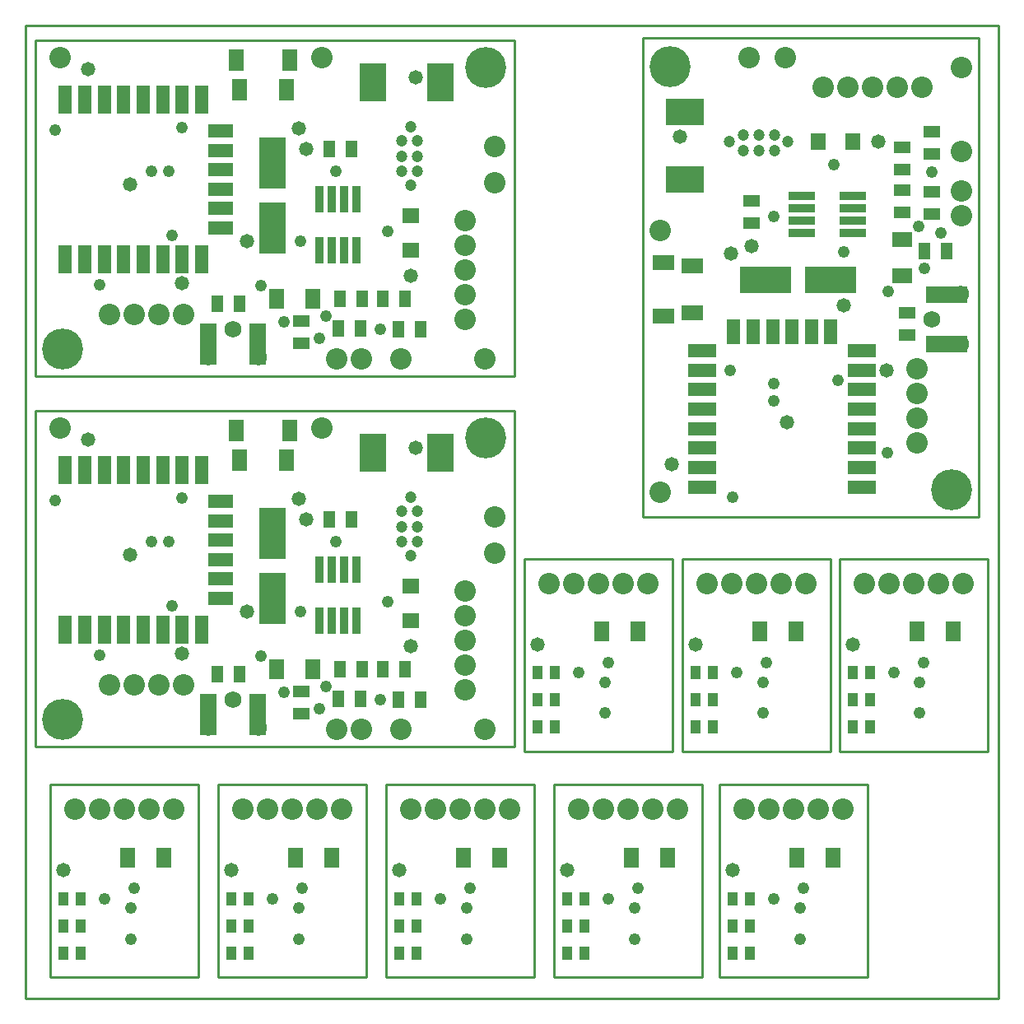
<source format=gbs>
%FSLAX25Y25*%
%MOIN*%
G70*
G01*
G75*
G04 Layer_Color=16711935*
%ADD10R,0.01772X0.06299*%
%ADD11R,0.06299X0.13386*%
%ADD12R,0.05512X0.01654*%
%ADD13R,0.04724X0.04724*%
%ADD14R,0.08465X0.05000*%
%ADD15R,0.09000X0.15000*%
%ADD16R,0.05906X0.03937*%
%ADD17R,0.03937X0.05906*%
%ADD18R,0.07874X0.11024*%
%ADD19R,0.03500X0.05000*%
%ADD20R,0.07874X0.15748*%
%ADD21R,0.06299X0.09449*%
%ADD22R,0.05512X0.07087*%
%ADD23R,0.05906X0.15748*%
%ADD24R,0.06299X0.01772*%
%ADD25R,0.13386X0.06299*%
%ADD26R,0.01654X0.05512*%
%ADD27R,0.04724X0.04724*%
%ADD28R,0.05000X0.08465*%
%ADD29R,0.15000X0.09000*%
%ADD30R,0.11024X0.07874*%
%ADD31R,0.15748X0.05906*%
%ADD32R,0.05000X0.03500*%
%ADD33R,0.15748X0.07874*%
%ADD34R,0.09449X0.06299*%
%ADD35R,0.07087X0.05512*%
%ADD36R,0.06600X0.01700*%
%ADD37C,0.02500*%
%ADD38C,0.02000*%
%ADD39C,0.03000*%
%ADD40C,0.01500*%
%ADD41C,0.04000*%
%ADD42C,0.01000*%
%ADD43C,0.01800*%
%ADD44R,0.01600X0.04800*%
%ADD45R,0.34200X0.03200*%
%ADD46R,0.14413X0.28346*%
%ADD47R,0.04800X0.01600*%
%ADD48R,0.03200X0.34200*%
%ADD49R,0.28346X0.14413*%
%ADD50C,0.15800*%
%ADD51R,0.05512X0.07874*%
%ADD52R,0.05118X0.07874*%
%ADD53C,0.07874*%
%ADD54R,0.07874X0.05512*%
%ADD55R,0.07874X0.05118*%
%ADD56C,0.05000*%
%ADD57C,0.04000*%
%ADD58C,0.06000*%
%ADD59C,0.03937*%
%ADD60R,0.09449X0.04724*%
%ADD61R,0.04724X0.11024*%
%ADD62R,0.03000X0.10000*%
%ADD63R,0.10000X0.20000*%
%ADD64R,0.06299X0.05512*%
%ADD65R,0.09843X0.14961*%
%ADD66R,0.04724X0.09449*%
%ADD67R,0.11024X0.04724*%
%ADD68R,0.10000X0.03000*%
%ADD69R,0.20000X0.10000*%
%ADD70R,0.05512X0.06299*%
%ADD71R,0.14961X0.09843*%
%ADD72R,0.03150X0.04724*%
%ADD73C,0.03500*%
%ADD74R,0.26400X0.28346*%
%ADD75R,0.28346X0.26400*%
%ADD76C,0.00200*%
%ADD77C,0.00591*%
%ADD78C,0.00394*%
%ADD79C,0.00787*%
%ADD80C,0.00500*%
%ADD81C,0.00050*%
%ADD82C,0.00800*%
%ADD83R,0.02300X0.06299*%
%ADD84R,0.06299X0.02300*%
%ADD85R,0.02572X0.07099*%
%ADD86R,0.07099X0.14186*%
%ADD87R,0.06312X0.02454*%
%ADD88R,0.05524X0.05524*%
%ADD89R,0.09265X0.05800*%
%ADD90R,0.09800X0.15800*%
%ADD91R,0.06706X0.04737*%
%ADD92R,0.04737X0.06706*%
%ADD93R,0.08674X0.11824*%
%ADD94R,0.04300X0.05800*%
%ADD95R,0.08674X0.16548*%
%ADD96R,0.07099X0.10249*%
%ADD97R,0.06312X0.07887*%
%ADD98R,0.06706X0.16548*%
%ADD99R,0.07099X0.02572*%
%ADD100R,0.14186X0.07099*%
%ADD101R,0.02454X0.06312*%
%ADD102R,0.05524X0.05524*%
%ADD103R,0.05800X0.09265*%
%ADD104R,0.15800X0.09800*%
%ADD105R,0.11824X0.08674*%
%ADD106R,0.16548X0.06706*%
%ADD107R,0.05800X0.04300*%
%ADD108R,0.16548X0.08674*%
%ADD109R,0.10249X0.07099*%
%ADD110R,0.07887X0.06312*%
%ADD111R,0.07400X0.02500*%
%ADD112C,0.16600*%
%ADD113R,0.06312X0.08674*%
%ADD114R,0.05918X0.08674*%
%ADD115C,0.08674*%
%ADD116R,0.08674X0.06312*%
%ADD117R,0.08674X0.05918*%
%ADD118C,0.05800*%
%ADD119C,0.04800*%
%ADD120C,0.06800*%
%ADD121C,0.04737*%
%ADD122R,0.10249X0.05524*%
%ADD123R,0.05524X0.11824*%
%ADD124R,0.03800X0.10800*%
%ADD125R,0.10800X0.20800*%
%ADD126R,0.07099X0.06312*%
%ADD127R,0.10642X0.15761*%
%ADD128R,0.05524X0.10249*%
%ADD129R,0.11824X0.05524*%
%ADD130R,0.10800X0.03800*%
%ADD131R,0.20800X0.10800*%
%ADD132R,0.06312X0.07099*%
%ADD133R,0.15761X0.10642*%
%ADD134R,0.03950X0.05524*%
D42*
X110000Y110000D02*
Y504000D01*
Y110000D02*
X504000D01*
Y504000D01*
X110000D02*
X504000D01*
X308100Y362100D02*
Y498100D01*
X114100D02*
X308100D01*
X114100Y362100D02*
X308100D01*
X114100D02*
Y498100D01*
Y212100D02*
Y348100D01*
Y212100D02*
X308100D01*
X114100Y348100D02*
X308100D01*
Y212100D02*
Y348100D01*
X359900Y499100D02*
X495900D01*
X359900Y305100D02*
Y499100D01*
X495900Y305100D02*
Y499100D01*
X359900Y305100D02*
X495900D01*
X120000Y196500D02*
X180000D01*
X120000Y118500D02*
Y196500D01*
Y118500D02*
X180000D01*
Y196500D01*
X248000Y118500D02*
Y196500D01*
X188000Y118500D02*
X248000D01*
X188000D02*
Y196500D01*
X248000D01*
X324000D02*
X384000D01*
X324000Y118500D02*
Y196500D01*
Y118500D02*
X384000D01*
Y196500D01*
X316000Y118500D02*
Y196500D01*
X256000Y118500D02*
X316000D01*
X256000D02*
Y196500D01*
X316000D01*
X451000Y118500D02*
Y196500D01*
X391000Y118500D02*
X451000D01*
X391000D02*
Y196500D01*
X451000D01*
X439500Y288000D02*
X499500D01*
X439500Y210000D02*
Y288000D01*
Y210000D02*
X499500D01*
Y288000D01*
X312000D02*
X372000D01*
X312000Y210000D02*
Y288000D01*
Y210000D02*
X372000D01*
Y288000D01*
X436000Y210000D02*
Y288000D01*
X376000Y210000D02*
X436000D01*
X376000D02*
Y288000D01*
X436000D01*
D91*
X221768Y384132D02*
D03*
Y375132D02*
D03*
Y234132D02*
D03*
Y225132D02*
D03*
X466868Y387768D02*
D03*
Y378768D02*
D03*
X464868Y437268D02*
D03*
Y428268D02*
D03*
X476868Y427768D02*
D03*
Y436768D02*
D03*
X476900Y452100D02*
D03*
Y461100D02*
D03*
X464868Y454768D02*
D03*
Y445768D02*
D03*
X404000Y433100D02*
D03*
Y424100D02*
D03*
D92*
X196768Y391132D02*
D03*
X187768D02*
D03*
X246268Y393132D02*
D03*
X237268D02*
D03*
X236768Y381132D02*
D03*
X245768D02*
D03*
X261100Y381100D02*
D03*
X270100D02*
D03*
X263768Y393132D02*
D03*
X254768D02*
D03*
X242100Y454000D02*
D03*
X233100D02*
D03*
X242100Y304000D02*
D03*
X233100D02*
D03*
X263768Y243132D02*
D03*
X254768D02*
D03*
X261100Y231100D02*
D03*
X270100D02*
D03*
X236768Y231132D02*
D03*
X245768D02*
D03*
X246268Y243132D02*
D03*
X237268D02*
D03*
X196768Y241132D02*
D03*
X187768D02*
D03*
X473868Y412768D02*
D03*
X482868D02*
D03*
D97*
X211768Y393132D02*
D03*
X226335D02*
D03*
X211768Y243132D02*
D03*
X226335D02*
D03*
X166000Y167000D02*
D03*
X151433D02*
D03*
X234000D02*
D03*
X219433D02*
D03*
X370000D02*
D03*
X355433D02*
D03*
X302000D02*
D03*
X287433D02*
D03*
X437000D02*
D03*
X422433D02*
D03*
X485500Y258500D02*
D03*
X470933D02*
D03*
X358000D02*
D03*
X343433D02*
D03*
X422000D02*
D03*
X407433D02*
D03*
D98*
X184100Y375100D02*
D03*
X204100D02*
D03*
X184100Y225100D02*
D03*
X204100D02*
D03*
D106*
X482900Y375100D02*
D03*
Y395100D02*
D03*
D110*
X464868Y402768D02*
D03*
Y417335D02*
D03*
D112*
X296400Y487100D02*
D03*
X125100Y373100D02*
D03*
Y223100D02*
D03*
X296400Y337100D02*
D03*
X370900Y487400D02*
D03*
X484900Y316100D02*
D03*
D113*
X195372Y489817D02*
D03*
X216828D02*
D03*
X195372Y339816D02*
D03*
X216828D02*
D03*
D114*
X215647Y477887D02*
D03*
X196553D02*
D03*
X215647Y327887D02*
D03*
X196553D02*
D03*
D115*
X300100Y440400D02*
D03*
X262100Y369100D02*
D03*
X296032Y369068D02*
D03*
X230100Y491100D02*
D03*
X300100Y455100D02*
D03*
X124100Y491100D02*
D03*
X236100Y369100D02*
D03*
X246100D02*
D03*
X174100Y387100D02*
D03*
X164100D02*
D03*
X154100D02*
D03*
X144100D02*
D03*
X288100Y425100D02*
D03*
Y385100D02*
D03*
Y395100D02*
D03*
Y405100D02*
D03*
Y415100D02*
D03*
Y275100D02*
D03*
Y235100D02*
D03*
Y245100D02*
D03*
Y255100D02*
D03*
Y265100D02*
D03*
X174100Y237100D02*
D03*
X164100D02*
D03*
X154100D02*
D03*
X144100D02*
D03*
X236100Y219100D02*
D03*
X246100D02*
D03*
X124100Y341100D02*
D03*
X300100Y305100D02*
D03*
X230100Y341100D02*
D03*
X296032Y219068D02*
D03*
X262100Y219100D02*
D03*
X300100Y290400D02*
D03*
X417600Y491100D02*
D03*
X488900Y453100D02*
D03*
X488932Y487032D02*
D03*
X366900Y421100D02*
D03*
X402900Y491100D02*
D03*
X366900Y315100D02*
D03*
X488900Y427100D02*
D03*
Y437100D02*
D03*
X470900Y365100D02*
D03*
Y355100D02*
D03*
Y345100D02*
D03*
Y335100D02*
D03*
X432900Y479100D02*
D03*
X472900D02*
D03*
X462900D02*
D03*
X452900D02*
D03*
X442900D02*
D03*
X140000Y186500D02*
D03*
X150000D02*
D03*
X160000D02*
D03*
X170000D02*
D03*
X130000D02*
D03*
X208000D02*
D03*
X218000D02*
D03*
X228000D02*
D03*
X238000D02*
D03*
X198000D02*
D03*
X344000D02*
D03*
X354000D02*
D03*
X364000D02*
D03*
X374000D02*
D03*
X334000D02*
D03*
X276000D02*
D03*
X286000D02*
D03*
X296000D02*
D03*
X306000D02*
D03*
X266000D02*
D03*
X411000D02*
D03*
X421000D02*
D03*
X431000D02*
D03*
X441000D02*
D03*
X401000D02*
D03*
X459500Y278000D02*
D03*
X469500D02*
D03*
X479500D02*
D03*
X489500D02*
D03*
X449500D02*
D03*
X332000D02*
D03*
X342000D02*
D03*
X352000D02*
D03*
X362000D02*
D03*
X322000D02*
D03*
X396000D02*
D03*
X406000D02*
D03*
X416000D02*
D03*
X426000D02*
D03*
X386000D02*
D03*
D116*
X368183Y386372D02*
D03*
Y407828D02*
D03*
D117*
X380113Y406647D02*
D03*
Y387553D02*
D03*
D118*
X173400Y399500D02*
D03*
X265800Y402600D02*
D03*
X223700Y454000D02*
D03*
X199600Y416600D02*
D03*
X268100Y483000D02*
D03*
X152200Y439600D02*
D03*
X220500Y462400D02*
D03*
X135400Y486400D02*
D03*
Y336400D02*
D03*
X220500Y312400D02*
D03*
X152200Y289600D02*
D03*
X268100Y333000D02*
D03*
X199600Y266600D02*
D03*
X223700Y304000D02*
D03*
X265800Y252600D02*
D03*
X173400Y249500D02*
D03*
X458500Y364400D02*
D03*
X455400Y456800D02*
D03*
X404000Y414700D02*
D03*
X441400Y390600D02*
D03*
X375000Y459100D02*
D03*
X418400Y343200D02*
D03*
X395600Y411500D02*
D03*
X371600Y326400D02*
D03*
X125400Y161800D02*
D03*
X193400D02*
D03*
X329400D02*
D03*
X261400D02*
D03*
X396400D02*
D03*
X444900Y253300D02*
D03*
X317400D02*
D03*
X381400D02*
D03*
D119*
X169300Y419000D02*
D03*
X205300Y398600D02*
D03*
X214700Y384000D02*
D03*
X231700Y386400D02*
D03*
X221300Y416700D02*
D03*
X161000Y445100D02*
D03*
X235500Y445000D02*
D03*
X173300Y462600D02*
D03*
X140100Y399100D02*
D03*
X168000Y445100D02*
D03*
X122100Y461600D02*
D03*
X253600Y381100D02*
D03*
X256700Y420700D02*
D03*
X228800Y377400D02*
D03*
Y227400D02*
D03*
X256700Y270700D02*
D03*
X253600Y231100D02*
D03*
X122100Y311600D02*
D03*
X168000Y295100D02*
D03*
X140100Y249100D02*
D03*
X173300Y312600D02*
D03*
X235500Y295000D02*
D03*
X161000Y295100D02*
D03*
X221300Y266700D02*
D03*
X231700Y236400D02*
D03*
X214700Y234000D02*
D03*
X205300Y248600D02*
D03*
X169300Y269000D02*
D03*
X439000Y360300D02*
D03*
X459400Y396300D02*
D03*
X474000Y405700D02*
D03*
X471600Y422700D02*
D03*
X441300Y412300D02*
D03*
X412900Y352000D02*
D03*
X413000Y426500D02*
D03*
X395400Y364300D02*
D03*
X458900Y331100D02*
D03*
X412900Y359000D02*
D03*
X396400Y313100D02*
D03*
X476900Y444600D02*
D03*
X437300Y447700D02*
D03*
X480600Y419800D02*
D03*
X154000Y154500D02*
D03*
X142000Y150300D02*
D03*
X152500Y146500D02*
D03*
Y134000D02*
D03*
X220500D02*
D03*
Y146500D02*
D03*
X210000Y150300D02*
D03*
X222000Y154500D02*
D03*
X358000D02*
D03*
X346000Y150300D02*
D03*
X356500Y146500D02*
D03*
Y134000D02*
D03*
X288500D02*
D03*
Y146500D02*
D03*
X278000Y150300D02*
D03*
X290000Y154500D02*
D03*
X423500Y134000D02*
D03*
Y146500D02*
D03*
X413000Y150300D02*
D03*
X425000Y154500D02*
D03*
X473500Y246000D02*
D03*
X461500Y241800D02*
D03*
X472000Y238000D02*
D03*
Y225500D02*
D03*
X346000Y246000D02*
D03*
X334000Y241800D02*
D03*
X344500Y238000D02*
D03*
Y225500D02*
D03*
X408500D02*
D03*
Y238000D02*
D03*
X398000Y241800D02*
D03*
X410000Y246000D02*
D03*
D120*
X194100Y381100D02*
D03*
X184100Y369500D02*
D03*
X204300D02*
D03*
Y219500D02*
D03*
X184100D02*
D03*
X194100Y231100D02*
D03*
X476900Y385100D02*
D03*
X488500Y375100D02*
D03*
Y395300D02*
D03*
D121*
X268651Y457399D02*
D03*
X262352D02*
D03*
X268651Y444801D02*
D03*
X262352Y451100D02*
D03*
X265895Y439289D02*
D03*
X262352Y444801D02*
D03*
X268651Y451100D02*
D03*
X265895Y462911D02*
D03*
X268651Y307399D02*
D03*
X262352D02*
D03*
X268651Y294801D02*
D03*
X262352Y301100D02*
D03*
X265895Y289289D02*
D03*
X262352Y294801D02*
D03*
X268651Y301100D02*
D03*
X265895Y312911D02*
D03*
X400601Y459651D02*
D03*
Y453352D02*
D03*
X413199Y459651D02*
D03*
X406900Y453352D02*
D03*
X418711Y456895D02*
D03*
X413199Y453352D02*
D03*
X406900Y459651D02*
D03*
X395089Y456895D02*
D03*
D122*
X189092Y421919D02*
D03*
Y429793D02*
D03*
Y437667D02*
D03*
Y445541D02*
D03*
Y453415D02*
D03*
Y461289D02*
D03*
Y271919D02*
D03*
Y279793D02*
D03*
Y287667D02*
D03*
Y295541D02*
D03*
Y303415D02*
D03*
Y311289D02*
D03*
D123*
X181218Y473887D02*
D03*
X173344D02*
D03*
X165470D02*
D03*
X157596D02*
D03*
X149722D02*
D03*
X141848D02*
D03*
X133974D02*
D03*
X126100D02*
D03*
Y409320D02*
D03*
X133974D02*
D03*
X141848D02*
D03*
X149722D02*
D03*
X157596D02*
D03*
X165470D02*
D03*
X173344D02*
D03*
X181218D02*
D03*
Y323887D02*
D03*
X173344D02*
D03*
X165470D02*
D03*
X157596D02*
D03*
X149722D02*
D03*
X141848D02*
D03*
X133974D02*
D03*
X126100D02*
D03*
Y259320D02*
D03*
X133974D02*
D03*
X141848D02*
D03*
X149722D02*
D03*
X157596D02*
D03*
X165470D02*
D03*
X173344D02*
D03*
X181218D02*
D03*
D124*
X229100Y433600D02*
D03*
X234100D02*
D03*
X239100D02*
D03*
X244100D02*
D03*
X239100Y413100D02*
D03*
X234100D02*
D03*
X244100D02*
D03*
X229100D02*
D03*
Y283600D02*
D03*
X234100D02*
D03*
X239100D02*
D03*
X244100D02*
D03*
X239100Y263100D02*
D03*
X234100D02*
D03*
X244100D02*
D03*
X229100D02*
D03*
D125*
X210100Y448300D02*
D03*
Y421900D02*
D03*
Y298300D02*
D03*
Y271900D02*
D03*
D126*
X266100Y412927D02*
D03*
Y427100D02*
D03*
Y262927D02*
D03*
Y277100D02*
D03*
D127*
X250510Y481100D02*
D03*
X278068D02*
D03*
X250510Y331100D02*
D03*
X278068D02*
D03*
D128*
X436081Y380092D02*
D03*
X428207D02*
D03*
X420333D02*
D03*
X412459D02*
D03*
X404585D02*
D03*
X396711D02*
D03*
D129*
X384113Y372218D02*
D03*
Y364344D02*
D03*
Y356470D02*
D03*
Y348596D02*
D03*
Y340722D02*
D03*
Y332848D02*
D03*
Y324974D02*
D03*
Y317100D02*
D03*
X448679D02*
D03*
Y324974D02*
D03*
Y332848D02*
D03*
Y340722D02*
D03*
Y348596D02*
D03*
Y356470D02*
D03*
Y364344D02*
D03*
Y372218D02*
D03*
D130*
X424400Y420100D02*
D03*
Y425100D02*
D03*
Y430100D02*
D03*
Y435100D02*
D03*
X444900Y430100D02*
D03*
Y425100D02*
D03*
Y435100D02*
D03*
Y420100D02*
D03*
D131*
X409700Y401100D02*
D03*
X436100D02*
D03*
D132*
X445073Y457100D02*
D03*
X430900D02*
D03*
D133*
X376900Y441509D02*
D03*
Y469068D02*
D03*
D134*
X125307Y150327D02*
D03*
X132394D02*
D03*
X125307Y139327D02*
D03*
X132394D02*
D03*
X125307Y128327D02*
D03*
X132394D02*
D03*
X193307D02*
D03*
X200394D02*
D03*
X193307Y139327D02*
D03*
X200394D02*
D03*
X193307Y150327D02*
D03*
X200394D02*
D03*
X329307D02*
D03*
X336394D02*
D03*
X329307Y139327D02*
D03*
X336394D02*
D03*
X329307Y128327D02*
D03*
X336394D02*
D03*
X261307D02*
D03*
X268394D02*
D03*
X261307Y139327D02*
D03*
X268394D02*
D03*
X261307Y150327D02*
D03*
X268394D02*
D03*
X396307Y128327D02*
D03*
X403394D02*
D03*
X396307Y139327D02*
D03*
X403394D02*
D03*
X396307Y150327D02*
D03*
X403394D02*
D03*
X444807Y241827D02*
D03*
X451894D02*
D03*
X444807Y230827D02*
D03*
X451894D02*
D03*
X444807Y219827D02*
D03*
X451894D02*
D03*
X317307Y241827D02*
D03*
X324394D02*
D03*
X317307Y230827D02*
D03*
X324394D02*
D03*
X317307Y219827D02*
D03*
X324394D02*
D03*
X381307D02*
D03*
X388394D02*
D03*
X381307Y230827D02*
D03*
X388394D02*
D03*
X381307Y241827D02*
D03*
X388394D02*
D03*
M02*

</source>
